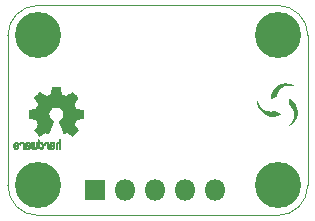
<source format=gbr>
%TF.GenerationSoftware,KiCad,Pcbnew,5.1.5+dfsg1-2~bpo10+1*%
%TF.CreationDate,Date%
%TF.ProjectId,Gesture Sensor,47657374-7572-4652-9053-656e736f722e,rev?*%
%TF.SameCoordinates,Original*%
%TF.FileFunction,Soldermask,Bot*%
%TF.FilePolarity,Negative*%
%FSLAX45Y45*%
G04 Gerber Fmt 4.5, Leading zero omitted, Abs format (unit mm)*
G04 Created by KiCad*
%MOMM*%
%LPD*%
G04 APERTURE LIST*
%ADD10C,0.050000*%
%ADD11C,0.010000*%
%ADD12C,3.900000*%
%ADD13O,1.800000X1.800000*%
%ADD14R,1.800000X1.800000*%
G04 APERTURE END LIST*
D10*
X13335000Y-6350000D02*
G75*
G02X13081000Y-6096000I0J254000D01*
G01*
X15367000Y-4572000D02*
G75*
G02X15621000Y-4826000I0J-254000D01*
G01*
X15621000Y-6096000D02*
G75*
G02X15367000Y-6350000I-254000J0D01*
G01*
X13081000Y-4826000D02*
G75*
G02X13335000Y-4572000I254000J0D01*
G01*
X13335000Y-4572000D02*
X15367000Y-4572000D01*
X13081000Y-4826000D02*
X13081000Y-6096000D01*
X15621000Y-4826000D02*
X15621000Y-6096000D01*
X13335000Y-6350000D02*
X15367000Y-6350000D01*
D11*
G36*
X13497791Y-5261435D02*
G01*
X13505645Y-5261478D01*
X13511330Y-5261594D01*
X13515210Y-5261821D01*
X13517654Y-5262194D01*
X13519026Y-5262751D01*
X13519694Y-5263527D01*
X13520024Y-5264561D01*
X13520056Y-5264694D01*
X13520556Y-5267108D01*
X13521483Y-5271870D01*
X13522739Y-5278474D01*
X13524229Y-5286413D01*
X13525855Y-5295180D01*
X13525912Y-5295488D01*
X13527541Y-5304079D01*
X13529065Y-5311670D01*
X13530386Y-5317805D01*
X13531405Y-5322028D01*
X13532025Y-5323886D01*
X13532054Y-5323918D01*
X13533879Y-5324825D01*
X13537640Y-5326337D01*
X13542527Y-5328126D01*
X13542554Y-5328136D01*
X13548709Y-5330449D01*
X13555966Y-5333397D01*
X13562806Y-5336360D01*
X13563129Y-5336506D01*
X13574270Y-5341563D01*
X13598940Y-5324716D01*
X13606508Y-5319580D01*
X13613363Y-5314989D01*
X13619109Y-5311203D01*
X13623348Y-5308484D01*
X13625682Y-5307092D01*
X13625904Y-5306989D01*
X13627601Y-5307448D01*
X13630770Y-5309666D01*
X13635535Y-5313745D01*
X13642020Y-5319791D01*
X13648640Y-5326223D01*
X13655021Y-5332561D01*
X13660733Y-5338345D01*
X13665430Y-5343218D01*
X13668770Y-5346821D01*
X13670408Y-5348798D01*
X13670469Y-5348900D01*
X13670650Y-5350257D01*
X13669968Y-5352473D01*
X13668254Y-5355848D01*
X13665339Y-5360680D01*
X13661055Y-5367269D01*
X13655345Y-5375752D01*
X13650277Y-5383218D01*
X13645746Y-5389914D01*
X13642015Y-5395452D01*
X13639345Y-5399442D01*
X13637998Y-5401496D01*
X13637914Y-5401636D01*
X13638078Y-5403604D01*
X13639324Y-5407429D01*
X13641405Y-5412389D01*
X13642146Y-5413973D01*
X13645381Y-5421029D01*
X13648833Y-5429035D01*
X13651636Y-5435963D01*
X13653657Y-5441105D01*
X13655261Y-5445012D01*
X13656189Y-5447054D01*
X13656304Y-5447211D01*
X13658010Y-5447472D01*
X13662030Y-5448186D01*
X13667830Y-5449252D01*
X13674876Y-5450569D01*
X13682633Y-5452033D01*
X13690567Y-5453545D01*
X13698143Y-5455002D01*
X13704826Y-5456302D01*
X13710083Y-5457345D01*
X13713378Y-5458027D01*
X13714186Y-5458220D01*
X13715020Y-5458696D01*
X13715651Y-5459772D01*
X13716104Y-5461810D01*
X13716410Y-5465173D01*
X13716597Y-5470226D01*
X13716692Y-5477329D01*
X13716724Y-5486848D01*
X13716726Y-5490749D01*
X13716726Y-5522480D01*
X13709106Y-5523984D01*
X13704866Y-5524800D01*
X13698540Y-5525990D01*
X13690896Y-5527412D01*
X13682704Y-5528921D01*
X13680440Y-5529336D01*
X13672881Y-5530805D01*
X13666295Y-5532251D01*
X13661237Y-5533538D01*
X13658257Y-5534532D01*
X13657761Y-5534829D01*
X13656543Y-5536928D01*
X13654795Y-5540997D01*
X13652858Y-5546232D01*
X13652473Y-5547360D01*
X13649934Y-5554352D01*
X13646782Y-5562242D01*
X13643697Y-5569327D01*
X13643682Y-5569360D01*
X13638545Y-5580473D01*
X13655440Y-5605325D01*
X13672335Y-5630177D01*
X13650643Y-5651906D01*
X13644082Y-5658373D01*
X13638098Y-5664073D01*
X13633027Y-5668703D01*
X13629205Y-5671958D01*
X13626967Y-5673534D01*
X13626647Y-5673634D01*
X13624763Y-5672847D01*
X13620918Y-5670658D01*
X13615533Y-5667327D01*
X13609028Y-5663113D01*
X13601994Y-5658394D01*
X13594855Y-5653581D01*
X13588491Y-5649393D01*
X13583304Y-5646087D01*
X13579699Y-5643922D01*
X13578087Y-5643154D01*
X13576119Y-5643804D01*
X13572387Y-5645515D01*
X13567662Y-5647933D01*
X13567161Y-5648201D01*
X13560798Y-5651393D01*
X13556434Y-5652958D01*
X13553720Y-5652974D01*
X13552306Y-5651520D01*
X13552297Y-5651500D01*
X13551590Y-5649778D01*
X13549904Y-5645690D01*
X13547369Y-5639552D01*
X13544117Y-5631682D01*
X13540278Y-5622395D01*
X13535982Y-5612007D01*
X13531822Y-5601950D01*
X13527250Y-5590852D01*
X13523053Y-5580570D01*
X13519355Y-5571422D01*
X13516283Y-5563720D01*
X13513962Y-5557782D01*
X13512519Y-5553921D01*
X13512074Y-5552480D01*
X13513190Y-5550827D01*
X13516107Y-5548193D01*
X13519997Y-5545289D01*
X13531076Y-5536104D01*
X13539735Y-5525576D01*
X13545872Y-5513927D01*
X13549381Y-5501378D01*
X13550161Y-5488151D01*
X13549594Y-5482046D01*
X13546508Y-5469380D01*
X13541192Y-5458194D01*
X13533977Y-5448600D01*
X13525192Y-5440708D01*
X13515166Y-5434627D01*
X13504231Y-5430469D01*
X13492715Y-5428343D01*
X13480947Y-5428360D01*
X13469259Y-5430630D01*
X13457979Y-5435264D01*
X13447437Y-5442371D01*
X13443037Y-5446391D01*
X13434598Y-5456713D01*
X13428722Y-5467993D01*
X13425370Y-5479901D01*
X13424503Y-5492110D01*
X13426082Y-5504289D01*
X13430068Y-5516112D01*
X13436421Y-5527248D01*
X13445102Y-5537368D01*
X13454803Y-5545289D01*
X13458844Y-5548316D01*
X13461698Y-5550922D01*
X13462726Y-5552483D01*
X13462188Y-5554184D01*
X13460657Y-5558250D01*
X13458261Y-5564364D01*
X13455124Y-5572212D01*
X13451373Y-5581478D01*
X13447133Y-5591847D01*
X13442966Y-5601953D01*
X13438369Y-5613061D01*
X13434111Y-5623354D01*
X13430322Y-5632516D01*
X13427134Y-5640232D01*
X13424677Y-5646183D01*
X13423082Y-5650054D01*
X13422491Y-5651500D01*
X13421095Y-5652968D01*
X13418394Y-5652964D01*
X13414041Y-5651410D01*
X13407689Y-5648228D01*
X13407639Y-5648201D01*
X13402856Y-5645732D01*
X13398990Y-5643934D01*
X13396809Y-5643161D01*
X13396713Y-5643154D01*
X13395072Y-5643938D01*
X13391449Y-5646116D01*
X13386247Y-5649433D01*
X13379872Y-5653629D01*
X13372806Y-5658394D01*
X13365612Y-5663219D01*
X13359127Y-5667415D01*
X13353773Y-5670723D01*
X13349970Y-5672882D01*
X13348153Y-5673634D01*
X13346481Y-5672646D01*
X13343118Y-5669883D01*
X13338401Y-5665649D01*
X13332666Y-5660250D01*
X13326248Y-5653990D01*
X13324150Y-5651898D01*
X13302450Y-5630162D01*
X13318967Y-5605922D01*
X13323986Y-5598478D01*
X13328392Y-5591797D01*
X13331936Y-5586267D01*
X13334372Y-5582273D01*
X13335452Y-5580204D01*
X13335484Y-5580056D01*
X13334914Y-5578106D01*
X13333383Y-5574182D01*
X13331154Y-5568943D01*
X13329589Y-5565436D01*
X13326664Y-5558720D01*
X13323909Y-5551936D01*
X13321774Y-5546203D01*
X13321193Y-5544457D01*
X13319545Y-5539794D01*
X13317934Y-5536191D01*
X13317049Y-5534829D01*
X13315096Y-5533995D01*
X13310833Y-5532814D01*
X13304814Y-5531418D01*
X13297592Y-5529942D01*
X13294360Y-5529336D01*
X13286152Y-5527827D01*
X13278279Y-5526367D01*
X13271511Y-5525098D01*
X13266616Y-5524164D01*
X13265694Y-5523984D01*
X13258074Y-5522480D01*
X13258074Y-5490749D01*
X13258091Y-5480315D01*
X13258162Y-5472421D01*
X13258313Y-5466704D01*
X13258575Y-5462800D01*
X13258975Y-5460347D01*
X13259541Y-5458981D01*
X13260302Y-5458339D01*
X13260614Y-5458220D01*
X13262498Y-5457798D01*
X13266659Y-5456956D01*
X13272563Y-5455796D01*
X13279676Y-5454420D01*
X13287462Y-5452928D01*
X13295389Y-5451423D01*
X13302920Y-5450007D01*
X13309521Y-5448781D01*
X13314659Y-5447846D01*
X13317797Y-5447305D01*
X13318496Y-5447211D01*
X13319128Y-5445960D01*
X13320529Y-5442625D01*
X13322435Y-5437838D01*
X13323163Y-5435963D01*
X13326100Y-5428720D01*
X13329557Y-5420717D01*
X13332654Y-5413973D01*
X13334932Y-5408816D01*
X13336448Y-5404579D01*
X13336954Y-5401983D01*
X13336874Y-5401636D01*
X13335804Y-5399994D01*
X13333362Y-5396342D01*
X13329809Y-5391069D01*
X13325409Y-5384564D01*
X13320422Y-5377215D01*
X13319436Y-5375765D01*
X13313649Y-5367170D01*
X13309396Y-5360626D01*
X13306505Y-5355830D01*
X13304809Y-5352482D01*
X13304137Y-5350280D01*
X13304319Y-5348922D01*
X13304324Y-5348913D01*
X13305759Y-5347130D01*
X13308932Y-5343682D01*
X13313501Y-5338927D01*
X13319120Y-5333222D01*
X13325447Y-5326926D01*
X13326160Y-5326223D01*
X13334133Y-5318502D01*
X13340286Y-5312833D01*
X13344742Y-5309111D01*
X13347626Y-5307232D01*
X13348896Y-5306989D01*
X13350749Y-5308047D01*
X13354596Y-5310492D01*
X13360039Y-5314061D01*
X13366680Y-5318495D01*
X13374122Y-5323531D01*
X13375860Y-5324716D01*
X13400530Y-5341563D01*
X13411671Y-5336506D01*
X13418446Y-5333560D01*
X13425718Y-5330596D01*
X13431970Y-5328233D01*
X13432246Y-5328136D01*
X13437136Y-5326346D01*
X13440906Y-5324832D01*
X13442742Y-5323921D01*
X13442746Y-5323918D01*
X13443328Y-5322272D01*
X13444319Y-5318222D01*
X13445619Y-5312224D01*
X13447131Y-5304734D01*
X13448755Y-5296206D01*
X13448888Y-5295488D01*
X13450517Y-5286701D01*
X13452013Y-5278726D01*
X13453279Y-5272068D01*
X13454219Y-5267235D01*
X13454735Y-5264733D01*
X13454744Y-5264694D01*
X13455059Y-5263630D01*
X13455670Y-5262826D01*
X13456945Y-5262247D01*
X13459250Y-5261855D01*
X13462951Y-5261614D01*
X13468414Y-5261487D01*
X13476007Y-5261437D01*
X13486094Y-5261429D01*
X13487400Y-5261429D01*
X13497791Y-5261435D01*
G37*
X13497791Y-5261435D02*
X13505645Y-5261478D01*
X13511330Y-5261594D01*
X13515210Y-5261821D01*
X13517654Y-5262194D01*
X13519026Y-5262751D01*
X13519694Y-5263527D01*
X13520024Y-5264561D01*
X13520056Y-5264694D01*
X13520556Y-5267108D01*
X13521483Y-5271870D01*
X13522739Y-5278474D01*
X13524229Y-5286413D01*
X13525855Y-5295180D01*
X13525912Y-5295488D01*
X13527541Y-5304079D01*
X13529065Y-5311670D01*
X13530386Y-5317805D01*
X13531405Y-5322028D01*
X13532025Y-5323886D01*
X13532054Y-5323918D01*
X13533879Y-5324825D01*
X13537640Y-5326337D01*
X13542527Y-5328126D01*
X13542554Y-5328136D01*
X13548709Y-5330449D01*
X13555966Y-5333397D01*
X13562806Y-5336360D01*
X13563129Y-5336506D01*
X13574270Y-5341563D01*
X13598940Y-5324716D01*
X13606508Y-5319580D01*
X13613363Y-5314989D01*
X13619109Y-5311203D01*
X13623348Y-5308484D01*
X13625682Y-5307092D01*
X13625904Y-5306989D01*
X13627601Y-5307448D01*
X13630770Y-5309666D01*
X13635535Y-5313745D01*
X13642020Y-5319791D01*
X13648640Y-5326223D01*
X13655021Y-5332561D01*
X13660733Y-5338345D01*
X13665430Y-5343218D01*
X13668770Y-5346821D01*
X13670408Y-5348798D01*
X13670469Y-5348900D01*
X13670650Y-5350257D01*
X13669968Y-5352473D01*
X13668254Y-5355848D01*
X13665339Y-5360680D01*
X13661055Y-5367269D01*
X13655345Y-5375752D01*
X13650277Y-5383218D01*
X13645746Y-5389914D01*
X13642015Y-5395452D01*
X13639345Y-5399442D01*
X13637998Y-5401496D01*
X13637914Y-5401636D01*
X13638078Y-5403604D01*
X13639324Y-5407429D01*
X13641405Y-5412389D01*
X13642146Y-5413973D01*
X13645381Y-5421029D01*
X13648833Y-5429035D01*
X13651636Y-5435963D01*
X13653657Y-5441105D01*
X13655261Y-5445012D01*
X13656189Y-5447054D01*
X13656304Y-5447211D01*
X13658010Y-5447472D01*
X13662030Y-5448186D01*
X13667830Y-5449252D01*
X13674876Y-5450569D01*
X13682633Y-5452033D01*
X13690567Y-5453545D01*
X13698143Y-5455002D01*
X13704826Y-5456302D01*
X13710083Y-5457345D01*
X13713378Y-5458027D01*
X13714186Y-5458220D01*
X13715020Y-5458696D01*
X13715651Y-5459772D01*
X13716104Y-5461810D01*
X13716410Y-5465173D01*
X13716597Y-5470226D01*
X13716692Y-5477329D01*
X13716724Y-5486848D01*
X13716726Y-5490749D01*
X13716726Y-5522480D01*
X13709106Y-5523984D01*
X13704866Y-5524800D01*
X13698540Y-5525990D01*
X13690896Y-5527412D01*
X13682704Y-5528921D01*
X13680440Y-5529336D01*
X13672881Y-5530805D01*
X13666295Y-5532251D01*
X13661237Y-5533538D01*
X13658257Y-5534532D01*
X13657761Y-5534829D01*
X13656543Y-5536928D01*
X13654795Y-5540997D01*
X13652858Y-5546232D01*
X13652473Y-5547360D01*
X13649934Y-5554352D01*
X13646782Y-5562242D01*
X13643697Y-5569327D01*
X13643682Y-5569360D01*
X13638545Y-5580473D01*
X13655440Y-5605325D01*
X13672335Y-5630177D01*
X13650643Y-5651906D01*
X13644082Y-5658373D01*
X13638098Y-5664073D01*
X13633027Y-5668703D01*
X13629205Y-5671958D01*
X13626967Y-5673534D01*
X13626647Y-5673634D01*
X13624763Y-5672847D01*
X13620918Y-5670658D01*
X13615533Y-5667327D01*
X13609028Y-5663113D01*
X13601994Y-5658394D01*
X13594855Y-5653581D01*
X13588491Y-5649393D01*
X13583304Y-5646087D01*
X13579699Y-5643922D01*
X13578087Y-5643154D01*
X13576119Y-5643804D01*
X13572387Y-5645515D01*
X13567662Y-5647933D01*
X13567161Y-5648201D01*
X13560798Y-5651393D01*
X13556434Y-5652958D01*
X13553720Y-5652974D01*
X13552306Y-5651520D01*
X13552297Y-5651500D01*
X13551590Y-5649778D01*
X13549904Y-5645690D01*
X13547369Y-5639552D01*
X13544117Y-5631682D01*
X13540278Y-5622395D01*
X13535982Y-5612007D01*
X13531822Y-5601950D01*
X13527250Y-5590852D01*
X13523053Y-5580570D01*
X13519355Y-5571422D01*
X13516283Y-5563720D01*
X13513962Y-5557782D01*
X13512519Y-5553921D01*
X13512074Y-5552480D01*
X13513190Y-5550827D01*
X13516107Y-5548193D01*
X13519997Y-5545289D01*
X13531076Y-5536104D01*
X13539735Y-5525576D01*
X13545872Y-5513927D01*
X13549381Y-5501378D01*
X13550161Y-5488151D01*
X13549594Y-5482046D01*
X13546508Y-5469380D01*
X13541192Y-5458194D01*
X13533977Y-5448600D01*
X13525192Y-5440708D01*
X13515166Y-5434627D01*
X13504231Y-5430469D01*
X13492715Y-5428343D01*
X13480947Y-5428360D01*
X13469259Y-5430630D01*
X13457979Y-5435264D01*
X13447437Y-5442371D01*
X13443037Y-5446391D01*
X13434598Y-5456713D01*
X13428722Y-5467993D01*
X13425370Y-5479901D01*
X13424503Y-5492110D01*
X13426082Y-5504289D01*
X13430068Y-5516112D01*
X13436421Y-5527248D01*
X13445102Y-5537368D01*
X13454803Y-5545289D01*
X13458844Y-5548316D01*
X13461698Y-5550922D01*
X13462726Y-5552483D01*
X13462188Y-5554184D01*
X13460657Y-5558250D01*
X13458261Y-5564364D01*
X13455124Y-5572212D01*
X13451373Y-5581478D01*
X13447133Y-5591847D01*
X13442966Y-5601953D01*
X13438369Y-5613061D01*
X13434111Y-5623354D01*
X13430322Y-5632516D01*
X13427134Y-5640232D01*
X13424677Y-5646183D01*
X13423082Y-5650054D01*
X13422491Y-5651500D01*
X13421095Y-5652968D01*
X13418394Y-5652964D01*
X13414041Y-5651410D01*
X13407689Y-5648228D01*
X13407639Y-5648201D01*
X13402856Y-5645732D01*
X13398990Y-5643934D01*
X13396809Y-5643161D01*
X13396713Y-5643154D01*
X13395072Y-5643938D01*
X13391449Y-5646116D01*
X13386247Y-5649433D01*
X13379872Y-5653629D01*
X13372806Y-5658394D01*
X13365612Y-5663219D01*
X13359127Y-5667415D01*
X13353773Y-5670723D01*
X13349970Y-5672882D01*
X13348153Y-5673634D01*
X13346481Y-5672646D01*
X13343118Y-5669883D01*
X13338401Y-5665649D01*
X13332666Y-5660250D01*
X13326248Y-5653990D01*
X13324150Y-5651898D01*
X13302450Y-5630162D01*
X13318967Y-5605922D01*
X13323986Y-5598478D01*
X13328392Y-5591797D01*
X13331936Y-5586267D01*
X13334372Y-5582273D01*
X13335452Y-5580204D01*
X13335484Y-5580056D01*
X13334914Y-5578106D01*
X13333383Y-5574182D01*
X13331154Y-5568943D01*
X13329589Y-5565436D01*
X13326664Y-5558720D01*
X13323909Y-5551936D01*
X13321774Y-5546203D01*
X13321193Y-5544457D01*
X13319545Y-5539794D01*
X13317934Y-5536191D01*
X13317049Y-5534829D01*
X13315096Y-5533995D01*
X13310833Y-5532814D01*
X13304814Y-5531418D01*
X13297592Y-5529942D01*
X13294360Y-5529336D01*
X13286152Y-5527827D01*
X13278279Y-5526367D01*
X13271511Y-5525098D01*
X13266616Y-5524164D01*
X13265694Y-5523984D01*
X13258074Y-5522480D01*
X13258074Y-5490749D01*
X13258091Y-5480315D01*
X13258162Y-5472421D01*
X13258313Y-5466704D01*
X13258575Y-5462800D01*
X13258975Y-5460347D01*
X13259541Y-5458981D01*
X13260302Y-5458339D01*
X13260614Y-5458220D01*
X13262498Y-5457798D01*
X13266659Y-5456956D01*
X13272563Y-5455796D01*
X13279676Y-5454420D01*
X13287462Y-5452928D01*
X13295389Y-5451423D01*
X13302920Y-5450007D01*
X13309521Y-5448781D01*
X13314659Y-5447846D01*
X13317797Y-5447305D01*
X13318496Y-5447211D01*
X13319128Y-5445960D01*
X13320529Y-5442625D01*
X13322435Y-5437838D01*
X13323163Y-5435963D01*
X13326100Y-5428720D01*
X13329557Y-5420717D01*
X13332654Y-5413973D01*
X13334932Y-5408816D01*
X13336448Y-5404579D01*
X13336954Y-5401983D01*
X13336874Y-5401636D01*
X13335804Y-5399994D01*
X13333362Y-5396342D01*
X13329809Y-5391069D01*
X13325409Y-5384564D01*
X13320422Y-5377215D01*
X13319436Y-5375765D01*
X13313649Y-5367170D01*
X13309396Y-5360626D01*
X13306505Y-5355830D01*
X13304809Y-5352482D01*
X13304137Y-5350280D01*
X13304319Y-5348922D01*
X13304324Y-5348913D01*
X13305759Y-5347130D01*
X13308932Y-5343682D01*
X13313501Y-5338927D01*
X13319120Y-5333222D01*
X13325447Y-5326926D01*
X13326160Y-5326223D01*
X13334133Y-5318502D01*
X13340286Y-5312833D01*
X13344742Y-5309111D01*
X13347626Y-5307232D01*
X13348896Y-5306989D01*
X13350749Y-5308047D01*
X13354596Y-5310492D01*
X13360039Y-5314061D01*
X13366680Y-5318495D01*
X13374122Y-5323531D01*
X13375860Y-5324716D01*
X13400530Y-5341563D01*
X13411671Y-5336506D01*
X13418446Y-5333560D01*
X13425718Y-5330596D01*
X13431970Y-5328233D01*
X13432246Y-5328136D01*
X13437136Y-5326346D01*
X13440906Y-5324832D01*
X13442742Y-5323921D01*
X13442746Y-5323918D01*
X13443328Y-5322272D01*
X13444319Y-5318222D01*
X13445619Y-5312224D01*
X13447131Y-5304734D01*
X13448755Y-5296206D01*
X13448888Y-5295488D01*
X13450517Y-5286701D01*
X13452013Y-5278726D01*
X13453279Y-5272068D01*
X13454219Y-5267235D01*
X13454735Y-5264733D01*
X13454744Y-5264694D01*
X13455059Y-5263630D01*
X13455670Y-5262826D01*
X13456945Y-5262247D01*
X13459250Y-5261855D01*
X13462951Y-5261614D01*
X13468414Y-5261487D01*
X13476007Y-5261437D01*
X13486094Y-5261429D01*
X13487400Y-5261429D01*
X13497791Y-5261435D01*
G36*
X13139020Y-5728817D02*
G01*
X13133278Y-5732570D01*
X13130508Y-5735930D01*
X13128314Y-5742026D01*
X13128139Y-5746851D01*
X13128534Y-5753302D01*
X13143411Y-5759813D01*
X13150645Y-5763140D01*
X13155372Y-5765816D01*
X13157829Y-5768134D01*
X13158256Y-5770387D01*
X13156891Y-5772865D01*
X13155386Y-5774509D01*
X13151005Y-5777143D01*
X13146241Y-5777328D01*
X13141865Y-5775275D01*
X13138651Y-5771195D01*
X13138076Y-5769755D01*
X13135322Y-5765256D01*
X13132154Y-5763338D01*
X13127809Y-5761698D01*
X13127809Y-5767917D01*
X13128193Y-5772148D01*
X13129698Y-5775717D01*
X13132852Y-5779814D01*
X13133321Y-5780347D01*
X13136829Y-5783992D01*
X13139845Y-5785948D01*
X13143618Y-5786848D01*
X13146746Y-5787143D01*
X13152341Y-5787216D01*
X13156324Y-5786286D01*
X13158809Y-5784905D01*
X13162714Y-5781867D01*
X13165417Y-5778581D01*
X13167128Y-5774449D01*
X13168056Y-5768872D01*
X13168411Y-5761250D01*
X13168439Y-5757382D01*
X13168343Y-5752745D01*
X13159579Y-5752745D01*
X13159478Y-5755233D01*
X13159224Y-5755640D01*
X13157553Y-5755086D01*
X13153955Y-5753622D01*
X13149147Y-5751539D01*
X13148141Y-5751091D01*
X13142065Y-5748001D01*
X13138717Y-5745286D01*
X13137981Y-5742742D01*
X13139741Y-5740168D01*
X13141194Y-5739031D01*
X13146439Y-5736756D01*
X13151348Y-5737132D01*
X13155457Y-5739908D01*
X13158304Y-5744835D01*
X13159217Y-5748746D01*
X13159579Y-5752745D01*
X13168343Y-5752745D01*
X13168251Y-5748345D01*
X13167560Y-5741658D01*
X13166192Y-5736789D01*
X13163970Y-5733205D01*
X13160723Y-5730371D01*
X13159307Y-5729455D01*
X13152875Y-5727071D01*
X13145833Y-5726921D01*
X13139020Y-5728817D01*
G37*
X13139020Y-5728817D02*
X13133278Y-5732570D01*
X13130508Y-5735930D01*
X13128314Y-5742026D01*
X13128139Y-5746851D01*
X13128534Y-5753302D01*
X13143411Y-5759813D01*
X13150645Y-5763140D01*
X13155372Y-5765816D01*
X13157829Y-5768134D01*
X13158256Y-5770387D01*
X13156891Y-5772865D01*
X13155386Y-5774509D01*
X13151005Y-5777143D01*
X13146241Y-5777328D01*
X13141865Y-5775275D01*
X13138651Y-5771195D01*
X13138076Y-5769755D01*
X13135322Y-5765256D01*
X13132154Y-5763338D01*
X13127809Y-5761698D01*
X13127809Y-5767917D01*
X13128193Y-5772148D01*
X13129698Y-5775717D01*
X13132852Y-5779814D01*
X13133321Y-5780347D01*
X13136829Y-5783992D01*
X13139845Y-5785948D01*
X13143618Y-5786848D01*
X13146746Y-5787143D01*
X13152341Y-5787216D01*
X13156324Y-5786286D01*
X13158809Y-5784905D01*
X13162714Y-5781867D01*
X13165417Y-5778581D01*
X13167128Y-5774449D01*
X13168056Y-5768872D01*
X13168411Y-5761250D01*
X13168439Y-5757382D01*
X13168343Y-5752745D01*
X13159579Y-5752745D01*
X13159478Y-5755233D01*
X13159224Y-5755640D01*
X13157553Y-5755086D01*
X13153955Y-5753622D01*
X13149147Y-5751539D01*
X13148141Y-5751091D01*
X13142065Y-5748001D01*
X13138717Y-5745286D01*
X13137981Y-5742742D01*
X13139741Y-5740168D01*
X13141194Y-5739031D01*
X13146439Y-5736756D01*
X13151348Y-5737132D01*
X13155457Y-5739908D01*
X13158304Y-5744835D01*
X13159217Y-5748746D01*
X13159579Y-5752745D01*
X13168343Y-5752745D01*
X13168251Y-5748345D01*
X13167560Y-5741658D01*
X13166192Y-5736789D01*
X13163970Y-5733205D01*
X13160723Y-5730371D01*
X13159307Y-5729455D01*
X13152875Y-5727071D01*
X13145833Y-5726921D01*
X13139020Y-5728817D01*
G36*
X13189120Y-5727995D02*
G01*
X13187385Y-5728753D01*
X13183244Y-5732033D01*
X13179703Y-5736775D01*
X13177514Y-5741835D01*
X13177157Y-5744330D01*
X13178352Y-5747813D01*
X13180973Y-5749656D01*
X13183784Y-5750772D01*
X13185070Y-5750977D01*
X13185697Y-5749485D01*
X13186934Y-5746237D01*
X13187477Y-5744770D01*
X13190521Y-5739694D01*
X13194928Y-5737163D01*
X13200579Y-5737241D01*
X13200997Y-5737340D01*
X13204014Y-5738771D01*
X13206232Y-5741559D01*
X13207747Y-5746049D01*
X13208655Y-5752581D01*
X13209051Y-5761500D01*
X13209089Y-5766246D01*
X13209107Y-5773727D01*
X13209228Y-5778827D01*
X13209549Y-5782067D01*
X13210169Y-5783969D01*
X13211186Y-5785056D01*
X13212698Y-5785847D01*
X13212785Y-5785887D01*
X13215697Y-5787118D01*
X13217140Y-5787571D01*
X13217361Y-5786201D01*
X13217551Y-5782412D01*
X13217695Y-5776691D01*
X13217780Y-5769523D01*
X13217797Y-5764276D01*
X13217711Y-5754125D01*
X13217373Y-5746423D01*
X13216666Y-5740722D01*
X13215471Y-5736573D01*
X13213671Y-5733524D01*
X13211147Y-5731128D01*
X13208655Y-5729455D01*
X13202663Y-5727230D01*
X13195689Y-5726728D01*
X13189120Y-5727995D01*
G37*
X13189120Y-5727995D02*
X13187385Y-5728753D01*
X13183244Y-5732033D01*
X13179703Y-5736775D01*
X13177514Y-5741835D01*
X13177157Y-5744330D01*
X13178352Y-5747813D01*
X13180973Y-5749656D01*
X13183784Y-5750772D01*
X13185070Y-5750977D01*
X13185697Y-5749485D01*
X13186934Y-5746237D01*
X13187477Y-5744770D01*
X13190521Y-5739694D01*
X13194928Y-5737163D01*
X13200579Y-5737241D01*
X13200997Y-5737340D01*
X13204014Y-5738771D01*
X13206232Y-5741559D01*
X13207747Y-5746049D01*
X13208655Y-5752581D01*
X13209051Y-5761500D01*
X13209089Y-5766246D01*
X13209107Y-5773727D01*
X13209228Y-5778827D01*
X13209549Y-5782067D01*
X13210169Y-5783969D01*
X13211186Y-5785056D01*
X13212698Y-5785847D01*
X13212785Y-5785887D01*
X13215697Y-5787118D01*
X13217140Y-5787571D01*
X13217361Y-5786201D01*
X13217551Y-5782412D01*
X13217695Y-5776691D01*
X13217780Y-5769523D01*
X13217797Y-5764276D01*
X13217711Y-5754125D01*
X13217373Y-5746423D01*
X13216666Y-5740722D01*
X13215471Y-5736573D01*
X13213671Y-5733524D01*
X13211147Y-5731128D01*
X13208655Y-5729455D01*
X13202663Y-5727230D01*
X13195689Y-5726728D01*
X13189120Y-5727995D01*
G36*
X13239892Y-5727753D02*
G01*
X13235713Y-5729654D01*
X13232433Y-5731958D01*
X13230030Y-5734533D01*
X13228370Y-5737856D01*
X13227322Y-5742400D01*
X13226753Y-5748641D01*
X13226529Y-5757053D01*
X13226506Y-5762592D01*
X13226506Y-5784203D01*
X13230203Y-5785887D01*
X13233114Y-5787118D01*
X13234557Y-5787571D01*
X13234833Y-5786222D01*
X13235052Y-5782585D01*
X13235186Y-5777274D01*
X13235214Y-5773057D01*
X13235337Y-5766965D01*
X13235666Y-5762131D01*
X13236148Y-5759172D01*
X13236530Y-5758543D01*
X13239102Y-5759185D01*
X13243138Y-5760832D01*
X13247812Y-5763066D01*
X13252295Y-5765466D01*
X13255761Y-5767613D01*
X13257380Y-5769088D01*
X13257386Y-5769104D01*
X13257247Y-5771835D01*
X13255998Y-5774442D01*
X13253806Y-5776559D01*
X13250606Y-5777267D01*
X13247871Y-5777185D01*
X13243997Y-5777124D01*
X13241964Y-5778032D01*
X13240743Y-5780429D01*
X13240589Y-5780881D01*
X13240060Y-5784301D01*
X13241475Y-5786377D01*
X13245165Y-5787366D01*
X13249151Y-5787549D01*
X13256324Y-5786193D01*
X13260037Y-5784255D01*
X13264622Y-5779704D01*
X13267054Y-5774118D01*
X13267273Y-5768216D01*
X13265217Y-5762715D01*
X13262125Y-5759269D01*
X13259038Y-5757339D01*
X13254186Y-5754896D01*
X13248531Y-5752418D01*
X13247589Y-5752040D01*
X13241378Y-5749299D01*
X13237798Y-5746883D01*
X13236646Y-5744482D01*
X13237722Y-5741783D01*
X13239569Y-5739674D01*
X13243933Y-5737077D01*
X13248735Y-5736882D01*
X13253139Y-5738884D01*
X13256309Y-5742875D01*
X13256725Y-5743905D01*
X13259147Y-5747692D01*
X13262683Y-5750504D01*
X13267146Y-5752812D01*
X13267146Y-5746268D01*
X13266883Y-5742271D01*
X13265757Y-5739120D01*
X13263260Y-5735758D01*
X13260863Y-5733168D01*
X13257136Y-5729502D01*
X13254240Y-5727532D01*
X13251129Y-5726742D01*
X13247609Y-5726611D01*
X13239892Y-5727753D01*
G37*
X13239892Y-5727753D02*
X13235713Y-5729654D01*
X13232433Y-5731958D01*
X13230030Y-5734533D01*
X13228370Y-5737856D01*
X13227322Y-5742400D01*
X13226753Y-5748641D01*
X13226529Y-5757053D01*
X13226506Y-5762592D01*
X13226506Y-5784203D01*
X13230203Y-5785887D01*
X13233114Y-5787118D01*
X13234557Y-5787571D01*
X13234833Y-5786222D01*
X13235052Y-5782585D01*
X13235186Y-5777274D01*
X13235214Y-5773057D01*
X13235337Y-5766965D01*
X13235666Y-5762131D01*
X13236148Y-5759172D01*
X13236530Y-5758543D01*
X13239102Y-5759185D01*
X13243138Y-5760832D01*
X13247812Y-5763066D01*
X13252295Y-5765466D01*
X13255761Y-5767613D01*
X13257380Y-5769088D01*
X13257386Y-5769104D01*
X13257247Y-5771835D01*
X13255998Y-5774442D01*
X13253806Y-5776559D01*
X13250606Y-5777267D01*
X13247871Y-5777185D01*
X13243997Y-5777124D01*
X13241964Y-5778032D01*
X13240743Y-5780429D01*
X13240589Y-5780881D01*
X13240060Y-5784301D01*
X13241475Y-5786377D01*
X13245165Y-5787366D01*
X13249151Y-5787549D01*
X13256324Y-5786193D01*
X13260037Y-5784255D01*
X13264622Y-5779704D01*
X13267054Y-5774118D01*
X13267273Y-5768216D01*
X13265217Y-5762715D01*
X13262125Y-5759269D01*
X13259038Y-5757339D01*
X13254186Y-5754896D01*
X13248531Y-5752418D01*
X13247589Y-5752040D01*
X13241378Y-5749299D01*
X13237798Y-5746883D01*
X13236646Y-5744482D01*
X13237722Y-5741783D01*
X13239569Y-5739674D01*
X13243933Y-5737077D01*
X13248735Y-5736882D01*
X13253139Y-5738884D01*
X13256309Y-5742875D01*
X13256725Y-5743905D01*
X13259147Y-5747692D01*
X13262683Y-5750504D01*
X13267146Y-5752812D01*
X13267146Y-5746268D01*
X13266883Y-5742271D01*
X13265757Y-5739120D01*
X13263260Y-5735758D01*
X13260863Y-5733168D01*
X13257136Y-5729502D01*
X13254240Y-5727532D01*
X13251129Y-5726742D01*
X13247609Y-5726611D01*
X13239892Y-5727753D01*
G36*
X13276397Y-5727986D02*
G01*
X13276175Y-5731805D01*
X13276002Y-5737609D01*
X13275890Y-5744938D01*
X13275854Y-5752625D01*
X13275854Y-5778640D01*
X13280447Y-5783233D01*
X13283612Y-5786063D01*
X13286391Y-5787209D01*
X13290188Y-5787137D01*
X13291696Y-5786952D01*
X13296407Y-5786415D01*
X13300304Y-5786107D01*
X13301254Y-5786078D01*
X13304457Y-5786264D01*
X13309037Y-5786731D01*
X13310813Y-5786952D01*
X13315174Y-5787293D01*
X13318105Y-5786552D01*
X13321012Y-5784263D01*
X13322061Y-5783233D01*
X13326654Y-5778640D01*
X13326654Y-5729980D01*
X13322957Y-5728296D01*
X13319774Y-5727048D01*
X13317912Y-5726611D01*
X13317434Y-5727992D01*
X13316988Y-5731849D01*
X13316602Y-5737756D01*
X13316308Y-5745286D01*
X13316166Y-5751649D01*
X13315769Y-5776686D01*
X13312304Y-5777176D01*
X13309153Y-5776833D01*
X13307609Y-5775724D01*
X13307178Y-5773651D01*
X13306809Y-5769234D01*
X13306533Y-5763035D01*
X13306379Y-5755611D01*
X13306356Y-5751791D01*
X13306334Y-5729798D01*
X13301763Y-5728205D01*
X13298528Y-5727121D01*
X13296768Y-5726616D01*
X13296718Y-5726611D01*
X13296541Y-5727985D01*
X13296347Y-5731793D01*
X13296152Y-5737568D01*
X13295972Y-5744843D01*
X13295846Y-5751649D01*
X13295449Y-5776686D01*
X13286740Y-5776686D01*
X13286340Y-5753844D01*
X13285941Y-5731002D01*
X13281695Y-5728807D01*
X13278561Y-5727299D01*
X13276706Y-5726615D01*
X13276652Y-5726611D01*
X13276397Y-5727986D01*
G37*
X13276397Y-5727986D02*
X13276175Y-5731805D01*
X13276002Y-5737609D01*
X13275890Y-5744938D01*
X13275854Y-5752625D01*
X13275854Y-5778640D01*
X13280447Y-5783233D01*
X13283612Y-5786063D01*
X13286391Y-5787209D01*
X13290188Y-5787137D01*
X13291696Y-5786952D01*
X13296407Y-5786415D01*
X13300304Y-5786107D01*
X13301254Y-5786078D01*
X13304457Y-5786264D01*
X13309037Y-5786731D01*
X13310813Y-5786952D01*
X13315174Y-5787293D01*
X13318105Y-5786552D01*
X13321012Y-5784263D01*
X13322061Y-5783233D01*
X13326654Y-5778640D01*
X13326654Y-5729980D01*
X13322957Y-5728296D01*
X13319774Y-5727048D01*
X13317912Y-5726611D01*
X13317434Y-5727992D01*
X13316988Y-5731849D01*
X13316602Y-5737756D01*
X13316308Y-5745286D01*
X13316166Y-5751649D01*
X13315769Y-5776686D01*
X13312304Y-5777176D01*
X13309153Y-5776833D01*
X13307609Y-5775724D01*
X13307178Y-5773651D01*
X13306809Y-5769234D01*
X13306533Y-5763035D01*
X13306379Y-5755611D01*
X13306356Y-5751791D01*
X13306334Y-5729798D01*
X13301763Y-5728205D01*
X13298528Y-5727121D01*
X13296768Y-5726616D01*
X13296718Y-5726611D01*
X13296541Y-5727985D01*
X13296347Y-5731793D01*
X13296152Y-5737568D01*
X13295972Y-5744843D01*
X13295846Y-5751649D01*
X13295449Y-5776686D01*
X13286740Y-5776686D01*
X13286340Y-5753844D01*
X13285941Y-5731002D01*
X13281695Y-5728807D01*
X13278561Y-5727299D01*
X13276706Y-5726615D01*
X13276652Y-5726611D01*
X13276397Y-5727986D01*
G36*
X13335368Y-5738656D02*
G01*
X13335387Y-5749504D01*
X13335458Y-5757849D01*
X13335612Y-5764090D01*
X13335880Y-5768628D01*
X13336291Y-5771863D01*
X13336874Y-5774193D01*
X13337662Y-5776019D01*
X13338258Y-5777062D01*
X13343194Y-5782714D01*
X13349454Y-5786258D01*
X13356379Y-5787529D01*
X13363313Y-5786366D01*
X13367442Y-5784277D01*
X13371777Y-5780662D01*
X13374732Y-5776248D01*
X13376514Y-5770466D01*
X13377334Y-5762751D01*
X13377450Y-5757091D01*
X13377434Y-5756685D01*
X13367294Y-5756685D01*
X13367232Y-5763175D01*
X13366949Y-5767471D01*
X13366296Y-5770282D01*
X13365128Y-5772315D01*
X13363732Y-5773849D01*
X13359043Y-5776809D01*
X13354010Y-5777062D01*
X13349252Y-5774590D01*
X13348882Y-5774256D01*
X13347302Y-5772513D01*
X13346311Y-5770441D01*
X13345774Y-5767356D01*
X13345557Y-5762578D01*
X13345523Y-5757295D01*
X13345597Y-5750658D01*
X13345905Y-5746231D01*
X13346574Y-5743321D01*
X13347730Y-5741237D01*
X13348679Y-5740131D01*
X13353084Y-5737340D01*
X13358158Y-5737004D01*
X13363000Y-5739136D01*
X13363935Y-5739927D01*
X13365526Y-5741685D01*
X13366519Y-5743779D01*
X13367052Y-5746898D01*
X13367264Y-5751732D01*
X13367294Y-5756685D01*
X13377434Y-5756685D01*
X13377099Y-5747977D01*
X13375907Y-5741129D01*
X13373666Y-5735980D01*
X13370168Y-5731964D01*
X13367442Y-5729906D01*
X13362489Y-5727682D01*
X13356748Y-5726650D01*
X13351412Y-5726927D01*
X13348426Y-5728041D01*
X13347254Y-5728358D01*
X13346476Y-5727176D01*
X13345933Y-5724007D01*
X13345523Y-5719179D01*
X13345073Y-5713803D01*
X13344449Y-5710568D01*
X13343312Y-5708718D01*
X13341327Y-5707497D01*
X13340080Y-5706956D01*
X13335363Y-5704980D01*
X13335368Y-5738656D01*
G37*
X13335368Y-5738656D02*
X13335387Y-5749504D01*
X13335458Y-5757849D01*
X13335612Y-5764090D01*
X13335880Y-5768628D01*
X13336291Y-5771863D01*
X13336874Y-5774193D01*
X13337662Y-5776019D01*
X13338258Y-5777062D01*
X13343194Y-5782714D01*
X13349454Y-5786258D01*
X13356379Y-5787529D01*
X13363313Y-5786366D01*
X13367442Y-5784277D01*
X13371777Y-5780662D01*
X13374732Y-5776248D01*
X13376514Y-5770466D01*
X13377334Y-5762751D01*
X13377450Y-5757091D01*
X13377434Y-5756685D01*
X13367294Y-5756685D01*
X13367232Y-5763175D01*
X13366949Y-5767471D01*
X13366296Y-5770282D01*
X13365128Y-5772315D01*
X13363732Y-5773849D01*
X13359043Y-5776809D01*
X13354010Y-5777062D01*
X13349252Y-5774590D01*
X13348882Y-5774256D01*
X13347302Y-5772513D01*
X13346311Y-5770441D01*
X13345774Y-5767356D01*
X13345557Y-5762578D01*
X13345523Y-5757295D01*
X13345597Y-5750658D01*
X13345905Y-5746231D01*
X13346574Y-5743321D01*
X13347730Y-5741237D01*
X13348679Y-5740131D01*
X13353084Y-5737340D01*
X13358158Y-5737004D01*
X13363000Y-5739136D01*
X13363935Y-5739927D01*
X13365526Y-5741685D01*
X13366519Y-5743779D01*
X13367052Y-5746898D01*
X13367264Y-5751732D01*
X13367294Y-5756685D01*
X13377434Y-5756685D01*
X13377099Y-5747977D01*
X13375907Y-5741129D01*
X13373666Y-5735980D01*
X13370168Y-5731964D01*
X13367442Y-5729906D01*
X13362489Y-5727682D01*
X13356748Y-5726650D01*
X13351412Y-5726927D01*
X13348426Y-5728041D01*
X13347254Y-5728358D01*
X13346476Y-5727176D01*
X13345933Y-5724007D01*
X13345523Y-5719179D01*
X13345073Y-5713803D01*
X13344449Y-5710568D01*
X13343312Y-5708718D01*
X13341327Y-5707497D01*
X13340080Y-5706956D01*
X13335363Y-5704980D01*
X13335368Y-5738656D01*
G36*
X13401387Y-5727095D02*
G01*
X13394794Y-5729528D01*
X13389453Y-5733832D01*
X13387364Y-5736861D01*
X13385086Y-5742419D01*
X13385133Y-5746439D01*
X13387524Y-5749142D01*
X13388408Y-5749601D01*
X13392227Y-5751034D01*
X13394177Y-5750667D01*
X13394838Y-5748261D01*
X13394871Y-5746931D01*
X13396081Y-5742041D01*
X13399233Y-5738620D01*
X13403614Y-5736968D01*
X13408510Y-5737383D01*
X13412491Y-5739543D01*
X13413835Y-5740774D01*
X13414788Y-5742269D01*
X13415431Y-5744527D01*
X13415848Y-5748053D01*
X13416120Y-5753347D01*
X13416330Y-5760911D01*
X13416384Y-5763306D01*
X13416582Y-5771499D01*
X13416807Y-5777265D01*
X13417144Y-5781081D01*
X13417679Y-5783420D01*
X13418498Y-5784760D01*
X13419684Y-5785574D01*
X13420444Y-5785934D01*
X13423670Y-5787165D01*
X13425569Y-5787571D01*
X13426196Y-5786215D01*
X13426579Y-5782113D01*
X13426720Y-5775220D01*
X13426620Y-5765487D01*
X13426589Y-5763986D01*
X13426370Y-5755106D01*
X13426111Y-5748622D01*
X13425742Y-5744027D01*
X13425194Y-5740813D01*
X13424396Y-5738475D01*
X13423281Y-5736505D01*
X13422697Y-5735661D01*
X13419350Y-5731926D01*
X13415607Y-5729020D01*
X13415149Y-5728767D01*
X13408437Y-5726764D01*
X13401387Y-5727095D01*
G37*
X13401387Y-5727095D02*
X13394794Y-5729528D01*
X13389453Y-5733832D01*
X13387364Y-5736861D01*
X13385086Y-5742419D01*
X13385133Y-5746439D01*
X13387524Y-5749142D01*
X13388408Y-5749601D01*
X13392227Y-5751034D01*
X13394177Y-5750667D01*
X13394838Y-5748261D01*
X13394871Y-5746931D01*
X13396081Y-5742041D01*
X13399233Y-5738620D01*
X13403614Y-5736968D01*
X13408510Y-5737383D01*
X13412491Y-5739543D01*
X13413835Y-5740774D01*
X13414788Y-5742269D01*
X13415431Y-5744527D01*
X13415848Y-5748053D01*
X13416120Y-5753347D01*
X13416330Y-5760911D01*
X13416384Y-5763306D01*
X13416582Y-5771499D01*
X13416807Y-5777265D01*
X13417144Y-5781081D01*
X13417679Y-5783420D01*
X13418498Y-5784760D01*
X13419684Y-5785574D01*
X13420444Y-5785934D01*
X13423670Y-5787165D01*
X13425569Y-5787571D01*
X13426196Y-5786215D01*
X13426579Y-5782113D01*
X13426720Y-5775220D01*
X13426620Y-5765487D01*
X13426589Y-5763986D01*
X13426370Y-5755106D01*
X13426111Y-5748622D01*
X13425742Y-5744027D01*
X13425194Y-5740813D01*
X13424396Y-5738475D01*
X13423281Y-5736505D01*
X13422697Y-5735661D01*
X13419350Y-5731926D01*
X13415607Y-5729020D01*
X13415149Y-5728767D01*
X13408437Y-5726764D01*
X13401387Y-5727095D01*
G36*
X13450406Y-5727217D02*
G01*
X13444718Y-5729329D01*
X13444653Y-5729369D01*
X13441136Y-5731958D01*
X13438539Y-5734983D01*
X13436713Y-5738926D01*
X13435507Y-5744266D01*
X13434770Y-5751485D01*
X13434354Y-5761063D01*
X13434317Y-5762428D01*
X13433792Y-5783004D01*
X13438208Y-5785288D01*
X13441404Y-5786831D01*
X13443333Y-5787562D01*
X13443422Y-5787571D01*
X13443756Y-5786222D01*
X13444021Y-5782583D01*
X13444184Y-5777265D01*
X13444220Y-5772959D01*
X13444221Y-5765984D01*
X13444540Y-5761604D01*
X13445651Y-5759514D01*
X13448030Y-5759412D01*
X13452150Y-5760994D01*
X13458371Y-5763901D01*
X13462946Y-5766316D01*
X13465299Y-5768411D01*
X13465990Y-5770695D01*
X13465991Y-5770808D01*
X13464850Y-5774741D01*
X13461471Y-5776866D01*
X13456299Y-5777174D01*
X13452574Y-5777121D01*
X13450610Y-5778193D01*
X13449385Y-5780770D01*
X13448680Y-5784054D01*
X13449696Y-5785917D01*
X13450078Y-5786183D01*
X13453680Y-5787254D01*
X13458723Y-5787406D01*
X13463917Y-5786696D01*
X13467598Y-5785399D01*
X13472686Y-5781078D01*
X13475579Y-5775065D01*
X13476151Y-5770366D01*
X13475714Y-5766128D01*
X13474132Y-5762669D01*
X13471000Y-5759596D01*
X13465912Y-5756519D01*
X13458462Y-5753045D01*
X13458009Y-5752849D01*
X13451298Y-5749749D01*
X13447157Y-5747206D01*
X13445382Y-5744921D01*
X13445769Y-5742594D01*
X13448116Y-5739926D01*
X13448817Y-5739311D01*
X13453517Y-5736930D01*
X13458387Y-5737030D01*
X13462628Y-5739365D01*
X13465442Y-5743687D01*
X13465703Y-5744536D01*
X13468249Y-5748651D01*
X13471480Y-5750633D01*
X13476151Y-5752597D01*
X13476151Y-5747515D01*
X13474730Y-5740128D01*
X13470512Y-5733353D01*
X13468318Y-5731086D01*
X13463328Y-5728177D01*
X13456983Y-5726860D01*
X13450406Y-5727217D01*
G37*
X13450406Y-5727217D02*
X13444718Y-5729329D01*
X13444653Y-5729369D01*
X13441136Y-5731958D01*
X13438539Y-5734983D01*
X13436713Y-5738926D01*
X13435507Y-5744266D01*
X13434770Y-5751485D01*
X13434354Y-5761063D01*
X13434317Y-5762428D01*
X13433792Y-5783004D01*
X13438208Y-5785288D01*
X13441404Y-5786831D01*
X13443333Y-5787562D01*
X13443422Y-5787571D01*
X13443756Y-5786222D01*
X13444021Y-5782583D01*
X13444184Y-5777265D01*
X13444220Y-5772959D01*
X13444221Y-5765984D01*
X13444540Y-5761604D01*
X13445651Y-5759514D01*
X13448030Y-5759412D01*
X13452150Y-5760994D01*
X13458371Y-5763901D01*
X13462946Y-5766316D01*
X13465299Y-5768411D01*
X13465990Y-5770695D01*
X13465991Y-5770808D01*
X13464850Y-5774741D01*
X13461471Y-5776866D01*
X13456299Y-5777174D01*
X13452574Y-5777121D01*
X13450610Y-5778193D01*
X13449385Y-5780770D01*
X13448680Y-5784054D01*
X13449696Y-5785917D01*
X13450078Y-5786183D01*
X13453680Y-5787254D01*
X13458723Y-5787406D01*
X13463917Y-5786696D01*
X13467598Y-5785399D01*
X13472686Y-5781078D01*
X13475579Y-5775065D01*
X13476151Y-5770366D01*
X13475714Y-5766128D01*
X13474132Y-5762669D01*
X13471000Y-5759596D01*
X13465912Y-5756519D01*
X13458462Y-5753045D01*
X13458009Y-5752849D01*
X13451298Y-5749749D01*
X13447157Y-5747206D01*
X13445382Y-5744921D01*
X13445769Y-5742594D01*
X13448116Y-5739926D01*
X13448817Y-5739311D01*
X13453517Y-5736930D01*
X13458387Y-5737030D01*
X13462628Y-5739365D01*
X13465442Y-5743687D01*
X13465703Y-5744536D01*
X13468249Y-5748651D01*
X13471480Y-5750633D01*
X13476151Y-5752597D01*
X13476151Y-5747515D01*
X13474730Y-5740128D01*
X13470512Y-5733353D01*
X13468318Y-5731086D01*
X13463328Y-5728177D01*
X13456983Y-5726860D01*
X13450406Y-5727217D01*
G36*
X13516791Y-5717249D02*
G01*
X13516366Y-5723181D01*
X13515877Y-5726677D01*
X13515200Y-5728202D01*
X13514210Y-5728221D01*
X13513889Y-5728039D01*
X13509616Y-5726721D01*
X13504057Y-5726798D01*
X13498406Y-5728153D01*
X13494872Y-5729906D01*
X13491248Y-5732706D01*
X13488599Y-5735875D01*
X13486780Y-5739901D01*
X13485648Y-5745274D01*
X13485058Y-5752483D01*
X13484866Y-5762015D01*
X13484862Y-5763844D01*
X13484860Y-5784385D01*
X13489431Y-5785978D01*
X13492677Y-5787062D01*
X13494458Y-5787567D01*
X13494511Y-5787571D01*
X13494686Y-5786203D01*
X13494836Y-5782428D01*
X13494947Y-5776742D01*
X13495010Y-5769643D01*
X13495020Y-5765327D01*
X13495040Y-5756817D01*
X13495144Y-5750718D01*
X13495397Y-5746538D01*
X13495864Y-5743784D01*
X13496609Y-5741966D01*
X13497699Y-5740590D01*
X13498379Y-5739927D01*
X13503053Y-5737257D01*
X13508153Y-5737057D01*
X13512780Y-5739315D01*
X13513636Y-5740131D01*
X13514891Y-5741664D01*
X13515761Y-5743482D01*
X13516317Y-5746111D01*
X13516627Y-5750076D01*
X13516762Y-5755903D01*
X13516791Y-5763937D01*
X13516791Y-5784385D01*
X13521362Y-5785978D01*
X13524609Y-5787062D01*
X13526390Y-5787567D01*
X13526442Y-5787571D01*
X13526576Y-5786182D01*
X13526697Y-5782264D01*
X13526800Y-5776190D01*
X13526880Y-5768334D01*
X13526932Y-5759070D01*
X13526951Y-5748771D01*
X13526951Y-5709054D01*
X13522234Y-5707064D01*
X13517517Y-5705075D01*
X13516791Y-5717249D01*
G37*
X13516791Y-5717249D02*
X13516366Y-5723181D01*
X13515877Y-5726677D01*
X13515200Y-5728202D01*
X13514210Y-5728221D01*
X13513889Y-5728039D01*
X13509616Y-5726721D01*
X13504057Y-5726798D01*
X13498406Y-5728153D01*
X13494872Y-5729906D01*
X13491248Y-5732706D01*
X13488599Y-5735875D01*
X13486780Y-5739901D01*
X13485648Y-5745274D01*
X13485058Y-5752483D01*
X13484866Y-5762015D01*
X13484862Y-5763844D01*
X13484860Y-5784385D01*
X13489431Y-5785978D01*
X13492677Y-5787062D01*
X13494458Y-5787567D01*
X13494511Y-5787571D01*
X13494686Y-5786203D01*
X13494836Y-5782428D01*
X13494947Y-5776742D01*
X13495010Y-5769643D01*
X13495020Y-5765327D01*
X13495040Y-5756817D01*
X13495144Y-5750718D01*
X13495397Y-5746538D01*
X13495864Y-5743784D01*
X13496609Y-5741966D01*
X13497699Y-5740590D01*
X13498379Y-5739927D01*
X13503053Y-5737257D01*
X13508153Y-5737057D01*
X13512780Y-5739315D01*
X13513636Y-5740131D01*
X13514891Y-5741664D01*
X13515761Y-5743482D01*
X13516317Y-5746111D01*
X13516627Y-5750076D01*
X13516762Y-5755903D01*
X13516791Y-5763937D01*
X13516791Y-5784385D01*
X13521362Y-5785978D01*
X13524609Y-5787062D01*
X13526390Y-5787567D01*
X13526442Y-5787571D01*
X13526576Y-5786182D01*
X13526697Y-5782264D01*
X13526800Y-5776190D01*
X13526880Y-5768334D01*
X13526932Y-5759070D01*
X13526951Y-5748771D01*
X13526951Y-5709054D01*
X13522234Y-5707064D01*
X13517517Y-5705075D01*
X13516791Y-5717249D01*
G36*
X15443862Y-5233103D02*
G01*
X15461865Y-5235238D01*
X15477524Y-5239167D01*
X15479570Y-5239914D01*
X15487092Y-5242975D01*
X15492113Y-5245347D01*
X15493508Y-5246439D01*
X15490763Y-5246443D01*
X15484698Y-5245519D01*
X15480417Y-5244669D01*
X15463840Y-5242612D01*
X15446122Y-5242896D01*
X15429112Y-5245352D01*
X15414656Y-5249812D01*
X15412377Y-5250859D01*
X15395910Y-5261242D01*
X15380879Y-5275055D01*
X15368146Y-5291191D01*
X15358574Y-5308540D01*
X15353024Y-5325995D01*
X15352761Y-5327477D01*
X15351727Y-5332435D01*
X15349950Y-5336099D01*
X15346487Y-5339323D01*
X15340399Y-5342962D01*
X15330744Y-5347873D01*
X15329815Y-5348334D01*
X15308580Y-5358858D01*
X15308580Y-5350772D01*
X15309883Y-5339039D01*
X15313434Y-5324858D01*
X15318694Y-5310029D01*
X15324534Y-5297448D01*
X15337156Y-5278832D01*
X15353655Y-5262413D01*
X15373047Y-5248918D01*
X15394347Y-5239073D01*
X15409410Y-5234836D01*
X15425662Y-5232917D01*
X15443862Y-5233103D01*
G37*
X15443862Y-5233103D02*
X15461865Y-5235238D01*
X15477524Y-5239167D01*
X15479570Y-5239914D01*
X15487092Y-5242975D01*
X15492113Y-5245347D01*
X15493508Y-5246439D01*
X15490763Y-5246443D01*
X15484698Y-5245519D01*
X15480417Y-5244669D01*
X15463840Y-5242612D01*
X15446122Y-5242896D01*
X15429112Y-5245352D01*
X15414656Y-5249812D01*
X15412377Y-5250859D01*
X15395910Y-5261242D01*
X15380879Y-5275055D01*
X15368146Y-5291191D01*
X15358574Y-5308540D01*
X15353024Y-5325995D01*
X15352761Y-5327477D01*
X15351727Y-5332435D01*
X15349950Y-5336099D01*
X15346487Y-5339323D01*
X15340399Y-5342962D01*
X15330744Y-5347873D01*
X15329815Y-5348334D01*
X15308580Y-5358858D01*
X15308580Y-5350772D01*
X15309883Y-5339039D01*
X15313434Y-5324858D01*
X15318694Y-5310029D01*
X15324534Y-5297448D01*
X15337156Y-5278832D01*
X15353655Y-5262413D01*
X15373047Y-5248918D01*
X15394347Y-5239073D01*
X15409410Y-5234836D01*
X15425662Y-5232917D01*
X15443862Y-5233103D01*
G36*
X15193086Y-5384379D02*
G01*
X15194131Y-5388610D01*
X15200088Y-5407208D01*
X15209536Y-5423755D01*
X15222873Y-5439245D01*
X15232490Y-5448227D01*
X15241230Y-5454582D01*
X15251285Y-5459731D01*
X15259603Y-5463121D01*
X15282550Y-5469563D01*
X15305324Y-5471298D01*
X15327231Y-5468286D01*
X15330870Y-5467284D01*
X15343923Y-5463408D01*
X15355800Y-5472474D01*
X15363746Y-5478227D01*
X15371308Y-5483198D01*
X15374958Y-5485305D01*
X15379960Y-5488205D01*
X15382228Y-5490138D01*
X15382240Y-5490210D01*
X15380229Y-5492008D01*
X15375295Y-5494933D01*
X15374360Y-5495425D01*
X15356444Y-5502265D01*
X15335967Y-5506067D01*
X15314502Y-5506746D01*
X15293619Y-5504217D01*
X15280263Y-5500518D01*
X15258044Y-5490357D01*
X15238258Y-5476840D01*
X15221408Y-5460572D01*
X15207999Y-5442156D01*
X15198534Y-5422195D01*
X15193518Y-5401293D01*
X15193024Y-5396084D01*
X15192534Y-5387566D01*
X15192538Y-5383775D01*
X15193086Y-5384379D01*
G37*
X15193086Y-5384379D02*
X15194131Y-5388610D01*
X15200088Y-5407208D01*
X15209536Y-5423755D01*
X15222873Y-5439245D01*
X15232490Y-5448227D01*
X15241230Y-5454582D01*
X15251285Y-5459731D01*
X15259603Y-5463121D01*
X15282550Y-5469563D01*
X15305324Y-5471298D01*
X15327231Y-5468286D01*
X15330870Y-5467284D01*
X15343923Y-5463408D01*
X15355800Y-5472474D01*
X15363746Y-5478227D01*
X15371308Y-5483198D01*
X15374958Y-5485305D01*
X15379960Y-5488205D01*
X15382228Y-5490138D01*
X15382240Y-5490210D01*
X15380229Y-5492008D01*
X15375295Y-5494933D01*
X15374360Y-5495425D01*
X15356444Y-5502265D01*
X15335967Y-5506067D01*
X15314502Y-5506746D01*
X15293619Y-5504217D01*
X15280263Y-5500518D01*
X15258044Y-5490357D01*
X15238258Y-5476840D01*
X15221408Y-5460572D01*
X15207999Y-5442156D01*
X15198534Y-5422195D01*
X15193518Y-5401293D01*
X15193024Y-5396084D01*
X15192534Y-5387566D01*
X15192538Y-5383775D01*
X15193086Y-5384379D01*
G36*
X15469870Y-5366426D02*
G01*
X15487509Y-5380219D01*
X15502235Y-5397594D01*
X15513754Y-5417780D01*
X15521773Y-5440006D01*
X15525997Y-5463499D01*
X15526132Y-5487490D01*
X15523172Y-5506211D01*
X15519172Y-5520448D01*
X15514122Y-5532010D01*
X15506909Y-5543112D01*
X15500715Y-5550913D01*
X15494127Y-5558140D01*
X15486261Y-5565770D01*
X15478150Y-5572920D01*
X15470828Y-5578706D01*
X15465329Y-5582244D01*
X15463284Y-5582920D01*
X15463707Y-5581420D01*
X15467185Y-5577536D01*
X15471559Y-5573395D01*
X15484706Y-5558789D01*
X15495130Y-5541579D01*
X15502320Y-5523009D01*
X15505762Y-5504321D01*
X15505576Y-5490990D01*
X15500528Y-5466490D01*
X15491125Y-5444511D01*
X15477195Y-5424692D01*
X15470767Y-5417741D01*
X15459710Y-5406569D01*
X15459710Y-5360145D01*
X15469870Y-5366426D01*
G37*
X15469870Y-5366426D02*
X15487509Y-5380219D01*
X15502235Y-5397594D01*
X15513754Y-5417780D01*
X15521773Y-5440006D01*
X15525997Y-5463499D01*
X15526132Y-5487490D01*
X15523172Y-5506211D01*
X15519172Y-5520448D01*
X15514122Y-5532010D01*
X15506909Y-5543112D01*
X15500715Y-5550913D01*
X15494127Y-5558140D01*
X15486261Y-5565770D01*
X15478150Y-5572920D01*
X15470828Y-5578706D01*
X15465329Y-5582244D01*
X15463284Y-5582920D01*
X15463707Y-5581420D01*
X15467185Y-5577536D01*
X15471559Y-5573395D01*
X15484706Y-5558789D01*
X15495130Y-5541579D01*
X15502320Y-5523009D01*
X15505762Y-5504321D01*
X15505576Y-5490990D01*
X15500528Y-5466490D01*
X15491125Y-5444511D01*
X15477195Y-5424692D01*
X15470767Y-5417741D01*
X15459710Y-5406569D01*
X15459710Y-5360145D01*
X15469870Y-5366426D01*
D12*
X15367000Y-6096000D03*
D13*
X14835000Y-6131000D03*
X14581000Y-6131000D03*
X14327000Y-6131000D03*
X14073000Y-6131000D03*
D14*
X13819000Y-6131000D03*
D12*
X13335000Y-6096000D03*
X13335000Y-4826000D03*
X15367000Y-4826000D03*
M02*

</source>
